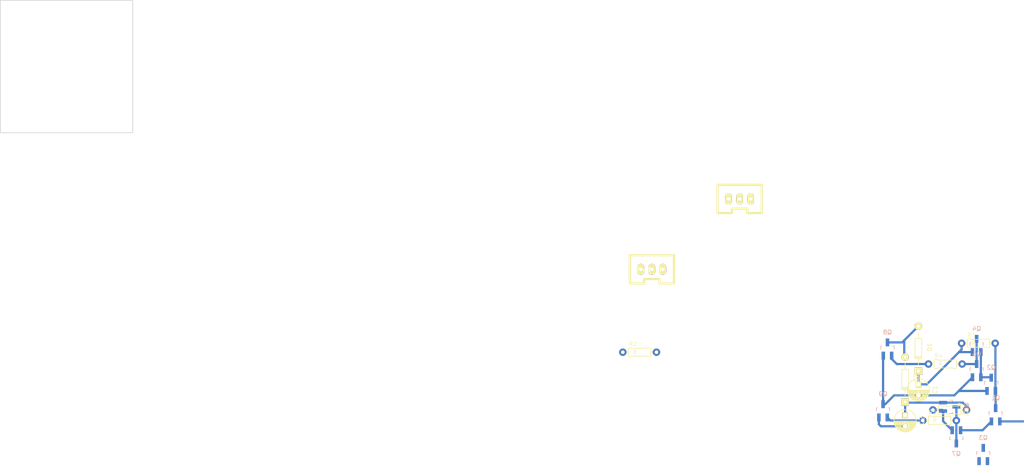
<source format=kicad_pcb>
(kicad_pcb (version 4) (host pcbnew 4.0.1-stable)

  (general
    (links 37)
    (no_connects 11)
    (area -0.075001 -0.075001 30.075001 30.075001)
    (thickness 1.6)
    (drawings 4)
    (tracks 64)
    (zones 0)
    (modules 20)
    (nets 15)
  )

  (page A4)
  (layers
    (0 F.Cu signal)
    (31 B.Cu signal)
    (32 B.Adhes user)
    (33 F.Adhes user)
    (34 B.Paste user)
    (35 F.Paste user)
    (36 B.SilkS user)
    (37 F.SilkS user)
    (38 B.Mask user)
    (39 F.Mask user)
    (40 Dwgs.User user)
    (41 Cmts.User user)
    (42 Eco1.User user)
    (43 Eco2.User user)
    (44 Edge.Cuts user)
    (45 Margin user)
    (46 B.CrtYd user)
    (47 F.CrtYd user)
    (48 B.Fab user)
    (49 F.Fab user)
  )

  (setup
    (last_trace_width 0.5)
    (user_trace_width 0.5)
    (trace_clearance 0.25)
    (zone_clearance 0.508)
    (zone_45_only no)
    (trace_min 0.2)
    (segment_width 0.2)
    (edge_width 0.15)
    (via_size 0.6)
    (via_drill 0.4)
    (via_min_size 0.4)
    (via_min_drill 0.3)
    (uvia_size 0.3)
    (uvia_drill 0.1)
    (uvias_allowed no)
    (uvia_min_size 0.2)
    (uvia_min_drill 0.1)
    (pcb_text_width 0.3)
    (pcb_text_size 1.5 1.5)
    (mod_edge_width 0.15)
    (mod_text_size 1 1)
    (mod_text_width 0.15)
    (pad_size 1.524 1.524)
    (pad_drill 0.762)
    (pad_to_mask_clearance 0.2)
    (aux_axis_origin 0 0)
    (visible_elements FFFFFF7F)
    (pcbplotparams
      (layerselection 0x00030_80000001)
      (usegerberextensions false)
      (excludeedgelayer true)
      (linewidth 0.100000)
      (plotframeref false)
      (viasonmask false)
      (mode 1)
      (useauxorigin false)
      (hpglpennumber 1)
      (hpglpenspeed 20)
      (hpglpendiameter 15)
      (hpglpenoverlay 2)
      (psnegative false)
      (psa4output false)
      (plotreference true)
      (plotvalue true)
      (plotinvisibletext false)
      (padsonsilk false)
      (subtractmaskfromsilk false)
      (outputformat 1)
      (mirror false)
      (drillshape 1)
      (scaleselection 1)
      (outputdirectory ""))
  )

  (net 0 "")
  (net 1 "Net-(C1-Pad1)")
  (net 2 OUT)
  (net 3 "Net-(C2-Pad1)")
  (net 4 GND)
  (net 5 +BATT)
  (net 6 "Net-(P1-Pad2)")
  (net 7 "Net-(P1-Pad3)")
  (net 8 "Net-(Q1-Pad3)")
  (net 9 "Net-(Q2-Pad3)")
  (net 10 "Net-(Q3-Pad3)")
  (net 11 "Net-(Q4-Pad3)")
  (net 12 "Net-(Q6-Pad3)")
  (net 13 "Net-(Q8-Pad1)")
  (net 14 "Net-(Q9-Pad1)")

  (net_class Default "これは標準のネット クラスです。"
    (clearance 0.25)
    (trace_width 0.25)
    (via_dia 0.6)
    (via_drill 0.4)
    (uvia_dia 0.3)
    (uvia_drill 0.1)
    (add_net +BATT)
    (add_net GND)
    (add_net "Net-(C1-Pad1)")
    (add_net "Net-(C2-Pad1)")
    (add_net "Net-(P1-Pad2)")
    (add_net "Net-(P1-Pad3)")
    (add_net "Net-(Q1-Pad3)")
    (add_net "Net-(Q2-Pad3)")
    (add_net "Net-(Q3-Pad3)")
    (add_net "Net-(Q4-Pad3)")
    (add_net "Net-(Q6-Pad3)")
    (add_net "Net-(Q8-Pad1)")
    (add_net "Net-(Q9-Pad1)")
    (add_net OUT)
  )

  (module TO_SOT_Packages_SMD:SOT-23_Handsoldering (layer B.Cu) (tedit 54E9291B) (tstamp 56C6B278)
    (at 221.2 83.9 180)
    (descr "SOT-23, Handsoldering")
    (tags SOT-23)
    (path /56C19D9A)
    (attr smd)
    (fp_text reference Q5 (at 0 3.81 180) (layer B.SilkS)
      (effects (font (size 1 1) (thickness 0.15)) (justify mirror))
    )
    (fp_text value Q_NMOS_GSD (at 0 -3.81 180) (layer B.Fab)
      (effects (font (size 1 1) (thickness 0.15)) (justify mirror))
    )
    (fp_line (start -1.49982 -0.0508) (end -1.49982 0.65024) (layer B.SilkS) (width 0.15))
    (fp_line (start -1.49982 0.65024) (end -1.2509 0.65024) (layer B.SilkS) (width 0.15))
    (fp_line (start 1.29916 0.65024) (end 1.49982 0.65024) (layer B.SilkS) (width 0.15))
    (fp_line (start 1.49982 0.65024) (end 1.49982 -0.0508) (layer B.SilkS) (width 0.15))
    (pad 1 smd rect (at -0.95 -1.50114 180) (size 0.8001 1.80086) (layers B.Cu B.Paste B.Mask)
      (net 9 "Net-(Q2-Pad3)"))
    (pad 2 smd rect (at 0.95 -1.50114 180) (size 0.8001 1.80086) (layers B.Cu B.Paste B.Mask)
      (net 2 OUT))
    (pad 3 smd rect (at 0 1.50114 180) (size 0.8001 1.80086) (layers B.Cu B.Paste B.Mask)
      (net 11 "Net-(Q4-Pad3)"))
    (model TO_SOT_Packages_SMD.3dshapes/SOT-23_Handsoldering.wrl
      (at (xyz 0 0 0))
      (scale (xyz 1 1 1))
      (rotate (xyz 0 0 0))
    )
  )

  (module Capacitors_ThroughHole:C_Radial_D5_L11_P2.5 (layer F.Cu) (tedit 0) (tstamp 56C6B235)
    (at 208 87 270)
    (descr "Radial Electrolytic Capacitor Diameter 5mm x Length 11mm, Pitch 2.5mm")
    (tags "Electrolytic Capacitor")
    (path /56C6B90F)
    (fp_text reference C1 (at 1.25 -3.8 270) (layer F.SilkS)
      (effects (font (size 1 1) (thickness 0.15)))
    )
    (fp_text value C (at 1.25 3.8 270) (layer F.Fab)
      (effects (font (size 1 1) (thickness 0.15)))
    )
    (fp_line (start 1.325 -2.499) (end 1.325 2.499) (layer F.SilkS) (width 0.15))
    (fp_line (start 1.465 -2.491) (end 1.465 2.491) (layer F.SilkS) (width 0.15))
    (fp_line (start 1.605 -2.475) (end 1.605 -0.095) (layer F.SilkS) (width 0.15))
    (fp_line (start 1.605 0.095) (end 1.605 2.475) (layer F.SilkS) (width 0.15))
    (fp_line (start 1.745 -2.451) (end 1.745 -0.49) (layer F.SilkS) (width 0.15))
    (fp_line (start 1.745 0.49) (end 1.745 2.451) (layer F.SilkS) (width 0.15))
    (fp_line (start 1.885 -2.418) (end 1.885 -0.657) (layer F.SilkS) (width 0.15))
    (fp_line (start 1.885 0.657) (end 1.885 2.418) (layer F.SilkS) (width 0.15))
    (fp_line (start 2.025 -2.377) (end 2.025 -0.764) (layer F.SilkS) (width 0.15))
    (fp_line (start 2.025 0.764) (end 2.025 2.377) (layer F.SilkS) (width 0.15))
    (fp_line (start 2.165 -2.327) (end 2.165 -0.835) (layer F.SilkS) (width 0.15))
    (fp_line (start 2.165 0.835) (end 2.165 2.327) (layer F.SilkS) (width 0.15))
    (fp_line (start 2.305 -2.266) (end 2.305 -0.879) (layer F.SilkS) (width 0.15))
    (fp_line (start 2.305 0.879) (end 2.305 2.266) (layer F.SilkS) (width 0.15))
    (fp_line (start 2.445 -2.196) (end 2.445 -0.898) (layer F.SilkS) (width 0.15))
    (fp_line (start 2.445 0.898) (end 2.445 2.196) (layer F.SilkS) (width 0.15))
    (fp_line (start 2.585 -2.114) (end 2.585 -0.896) (layer F.SilkS) (width 0.15))
    (fp_line (start 2.585 0.896) (end 2.585 2.114) (layer F.SilkS) (width 0.15))
    (fp_line (start 2.725 -2.019) (end 2.725 -0.871) (layer F.SilkS) (width 0.15))
    (fp_line (start 2.725 0.871) (end 2.725 2.019) (layer F.SilkS) (width 0.15))
    (fp_line (start 2.865 -1.908) (end 2.865 -0.823) (layer F.SilkS) (width 0.15))
    (fp_line (start 2.865 0.823) (end 2.865 1.908) (layer F.SilkS) (width 0.15))
    (fp_line (start 3.005 -1.78) (end 3.005 -0.745) (layer F.SilkS) (width 0.15))
    (fp_line (start 3.005 0.745) (end 3.005 1.78) (layer F.SilkS) (width 0.15))
    (fp_line (start 3.145 -1.631) (end 3.145 -0.628) (layer F.SilkS) (width 0.15))
    (fp_line (start 3.145 0.628) (end 3.145 1.631) (layer F.SilkS) (width 0.15))
    (fp_line (start 3.285 -1.452) (end 3.285 -0.44) (layer F.SilkS) (width 0.15))
    (fp_line (start 3.285 0.44) (end 3.285 1.452) (layer F.SilkS) (width 0.15))
    (fp_line (start 3.425 -1.233) (end 3.425 1.233) (layer F.SilkS) (width 0.15))
    (fp_line (start 3.565 -0.944) (end 3.565 0.944) (layer F.SilkS) (width 0.15))
    (fp_line (start 3.705 -0.472) (end 3.705 0.472) (layer F.SilkS) (width 0.15))
    (fp_circle (center 2.5 0) (end 2.5 -0.9) (layer F.SilkS) (width 0.15))
    (fp_circle (center 1.25 0) (end 1.25 -2.5375) (layer F.SilkS) (width 0.15))
    (fp_circle (center 1.25 0) (end 1.25 -2.8) (layer F.CrtYd) (width 0.05))
    (pad 1 thru_hole rect (at 0 0 270) (size 1.3 1.3) (drill 0.8) (layers *.Cu *.Mask F.SilkS)
      (net 1 "Net-(C1-Pad1)"))
    (pad 2 thru_hole circle (at 2.5 0 270) (size 1.3 1.3) (drill 0.8) (layers *.Cu *.Mask F.SilkS)
      (net 2 OUT))
    (model Capacitors_ThroughHole.3dshapes/C_Radial_D5_L11_P2.5.wrl
      (at (xyz 0.049213 0 0))
      (scale (xyz 1 1 1))
      (rotate (xyz 0 0 90))
    )
  )

  (module Capacitors_ThroughHole:C_Radial_D5_L11_P2.5 (layer F.Cu) (tedit 0) (tstamp 56C6B23B)
    (at 205 94 270)
    (descr "Radial Electrolytic Capacitor Diameter 5mm x Length 11mm, Pitch 2.5mm")
    (tags "Electrolytic Capacitor")
    (path /56C6F9BB)
    (fp_text reference C2 (at 1.25 -3.8 270) (layer F.SilkS)
      (effects (font (size 1 1) (thickness 0.15)))
    )
    (fp_text value C (at 1.25 3.8 270) (layer F.Fab)
      (effects (font (size 1 1) (thickness 0.15)))
    )
    (fp_line (start 1.325 -2.499) (end 1.325 2.499) (layer F.SilkS) (width 0.15))
    (fp_line (start 1.465 -2.491) (end 1.465 2.491) (layer F.SilkS) (width 0.15))
    (fp_line (start 1.605 -2.475) (end 1.605 -0.095) (layer F.SilkS) (width 0.15))
    (fp_line (start 1.605 0.095) (end 1.605 2.475) (layer F.SilkS) (width 0.15))
    (fp_line (start 1.745 -2.451) (end 1.745 -0.49) (layer F.SilkS) (width 0.15))
    (fp_line (start 1.745 0.49) (end 1.745 2.451) (layer F.SilkS) (width 0.15))
    (fp_line (start 1.885 -2.418) (end 1.885 -0.657) (layer F.SilkS) (width 0.15))
    (fp_line (start 1.885 0.657) (end 1.885 2.418) (layer F.SilkS) (width 0.15))
    (fp_line (start 2.025 -2.377) (end 2.025 -0.764) (layer F.SilkS) (width 0.15))
    (fp_line (start 2.025 0.764) (end 2.025 2.377) (layer F.SilkS) (width 0.15))
    (fp_line (start 2.165 -2.327) (end 2.165 -0.835) (layer F.SilkS) (width 0.15))
    (fp_line (start 2.165 0.835) (end 2.165 2.327) (layer F.SilkS) (width 0.15))
    (fp_line (start 2.305 -2.266) (end 2.305 -0.879) (layer F.SilkS) (width 0.15))
    (fp_line (start 2.305 0.879) (end 2.305 2.266) (layer F.SilkS) (width 0.15))
    (fp_line (start 2.445 -2.196) (end 2.445 -0.898) (layer F.SilkS) (width 0.15))
    (fp_line (start 2.445 0.898) (end 2.445 2.196) (layer F.SilkS) (width 0.15))
    (fp_line (start 2.585 -2.114) (end 2.585 -0.896) (layer F.SilkS) (width 0.15))
    (fp_line (start 2.585 0.896) (end 2.585 2.114) (layer F.SilkS) (width 0.15))
    (fp_line (start 2.725 -2.019) (end 2.725 -0.871) (layer F.SilkS) (width 0.15))
    (fp_line (start 2.725 0.871) (end 2.725 2.019) (layer F.SilkS) (width 0.15))
    (fp_line (start 2.865 -1.908) (end 2.865 -0.823) (layer F.SilkS) (width 0.15))
    (fp_line (start 2.865 0.823) (end 2.865 1.908) (layer F.SilkS) (width 0.15))
    (fp_line (start 3.005 -1.78) (end 3.005 -0.745) (layer F.SilkS) (width 0.15))
    (fp_line (start 3.005 0.745) (end 3.005 1.78) (layer F.SilkS) (width 0.15))
    (fp_line (start 3.145 -1.631) (end 3.145 -0.628) (layer F.SilkS) (width 0.15))
    (fp_line (start 3.145 0.628) (end 3.145 1.631) (layer F.SilkS) (width 0.15))
    (fp_line (start 3.285 -1.452) (end 3.285 -0.44) (layer F.SilkS) (width 0.15))
    (fp_line (start 3.285 0.44) (end 3.285 1.452) (layer F.SilkS) (width 0.15))
    (fp_line (start 3.425 -1.233) (end 3.425 1.233) (layer F.SilkS) (width 0.15))
    (fp_line (start 3.565 -0.944) (end 3.565 0.944) (layer F.SilkS) (width 0.15))
    (fp_line (start 3.705 -0.472) (end 3.705 0.472) (layer F.SilkS) (width 0.15))
    (fp_circle (center 2.5 0) (end 2.5 -0.9) (layer F.SilkS) (width 0.15))
    (fp_circle (center 1.25 0) (end 1.25 -2.5375) (layer F.SilkS) (width 0.15))
    (fp_circle (center 1.25 0) (end 1.25 -2.8) (layer F.CrtYd) (width 0.05))
    (pad 1 thru_hole rect (at 0 0 270) (size 1.3 1.3) (drill 0.8) (layers *.Cu *.Mask F.SilkS)
      (net 3 "Net-(C2-Pad1)"))
    (pad 2 thru_hole circle (at 2.5 0 270) (size 1.3 1.3) (drill 0.8) (layers *.Cu *.Mask F.SilkS)
      (net 4 GND))
    (model Capacitors_ThroughHole.3dshapes/C_Radial_D5_L11_P2.5.wrl
      (at (xyz 0.049213 0 0))
      (scale (xyz 1 1 1))
      (rotate (xyz 0 0 90))
    )
  )

  (module Diodes_ThroughHole:Diode_DO-35_SOD27_Horizontal_RM10 (layer F.Cu) (tedit 552FFC30) (tstamp 56C6B241)
    (at 208 84 90)
    (descr "Diode, DO-35,  SOD27, Horizontal, RM 10mm")
    (tags "Diode, DO-35, SOD27, Horizontal, RM 10mm, 1N4148,")
    (path /56C6B950)
    (fp_text reference D1 (at 5.43052 2.53746 90) (layer F.SilkS)
      (effects (font (size 1 1) (thickness 0.15)))
    )
    (fp_text value D (at 4.41452 -3.55854 90) (layer F.Fab)
      (effects (font (size 1 1) (thickness 0.15)))
    )
    (fp_line (start 7.36652 -0.00254) (end 8.76352 -0.00254) (layer F.SilkS) (width 0.15))
    (fp_line (start 2.92152 -0.00254) (end 1.39752 -0.00254) (layer F.SilkS) (width 0.15))
    (fp_line (start 3.30252 -0.76454) (end 3.30252 0.75946) (layer F.SilkS) (width 0.15))
    (fp_line (start 3.04852 -0.76454) (end 3.04852 0.75946) (layer F.SilkS) (width 0.15))
    (fp_line (start 2.79452 -0.00254) (end 2.79452 0.75946) (layer F.SilkS) (width 0.15))
    (fp_line (start 2.79452 0.75946) (end 7.36652 0.75946) (layer F.SilkS) (width 0.15))
    (fp_line (start 7.36652 0.75946) (end 7.36652 -0.76454) (layer F.SilkS) (width 0.15))
    (fp_line (start 7.36652 -0.76454) (end 2.79452 -0.76454) (layer F.SilkS) (width 0.15))
    (fp_line (start 2.79452 -0.76454) (end 2.79452 -0.00254) (layer F.SilkS) (width 0.15))
    (pad 2 thru_hole circle (at 10.16052 -0.00254 270) (size 1.69926 1.69926) (drill 0.70104) (layers *.Cu *.Mask F.SilkS)
      (net 5 +BATT))
    (pad 1 thru_hole rect (at 0.00052 -0.00254 270) (size 1.69926 1.69926) (drill 0.70104) (layers *.Cu *.Mask F.SilkS)
      (net 1 "Net-(C1-Pad1)"))
    (model Diodes_ThroughHole.3dshapes/Diode_DO-35_SOD27_Horizontal_RM10.wrl
      (at (xyz 0.2 0 0))
      (scale (xyz 0.4 0.4 0.4))
      (rotate (xyz 0 0 180))
    )
  )

  (module Diodes_ThroughHole:Diode_DO-35_SOD27_Horizontal_RM10 (layer F.Cu) (tedit 552FFC30) (tstamp 56C6B247)
    (at 205 91 90)
    (descr "Diode, DO-35,  SOD27, Horizontal, RM 10mm")
    (tags "Diode, DO-35, SOD27, Horizontal, RM 10mm, 1N4148,")
    (path /56C70061)
    (fp_text reference D2 (at 5.43052 2.53746 90) (layer F.SilkS)
      (effects (font (size 1 1) (thickness 0.15)))
    )
    (fp_text value D (at 4.41452 -3.55854 90) (layer F.Fab)
      (effects (font (size 1 1) (thickness 0.15)))
    )
    (fp_line (start 7.36652 -0.00254) (end 8.76352 -0.00254) (layer F.SilkS) (width 0.15))
    (fp_line (start 2.92152 -0.00254) (end 1.39752 -0.00254) (layer F.SilkS) (width 0.15))
    (fp_line (start 3.30252 -0.76454) (end 3.30252 0.75946) (layer F.SilkS) (width 0.15))
    (fp_line (start 3.04852 -0.76454) (end 3.04852 0.75946) (layer F.SilkS) (width 0.15))
    (fp_line (start 2.79452 -0.00254) (end 2.79452 0.75946) (layer F.SilkS) (width 0.15))
    (fp_line (start 2.79452 0.75946) (end 7.36652 0.75946) (layer F.SilkS) (width 0.15))
    (fp_line (start 7.36652 0.75946) (end 7.36652 -0.76454) (layer F.SilkS) (width 0.15))
    (fp_line (start 7.36652 -0.76454) (end 2.79452 -0.76454) (layer F.SilkS) (width 0.15))
    (fp_line (start 2.79452 -0.76454) (end 2.79452 -0.00254) (layer F.SilkS) (width 0.15))
    (pad 2 thru_hole circle (at 10.16052 -0.00254 270) (size 1.69926 1.69926) (drill 0.70104) (layers *.Cu *.Mask F.SilkS)
      (net 5 +BATT))
    (pad 1 thru_hole rect (at 0.00052 -0.00254 270) (size 1.69926 1.69926) (drill 0.70104) (layers *.Cu *.Mask F.SilkS)
      (net 3 "Net-(C2-Pad1)"))
    (model Diodes_ThroughHole.3dshapes/Diode_DO-35_SOD27_Horizontal_RM10.wrl
      (at (xyz 0.2 0 0))
      (scale (xyz 0.4 0.4 0.4))
      (rotate (xyz 0 0 180))
    )
  )

  (module RP_KiCAD_Connector:XA_3T (layer F.Cu) (tedit 56B54F5C) (tstamp 56C6B24E)
    (at 165 45)
    (path /56C73760)
    (fp_text reference P1 (at 0 0.5) (layer F.SilkS)
      (effects (font (size 1 1) (thickness 0.15)))
    )
    (fp_text value CONN_01X03 (at 0 -0.5) (layer F.Fab)
      (effects (font (size 1 1) (thickness 0.15)))
    )
    (fp_line (start 0.75 2.2) (end 4.25 2.2) (layer F.SilkS) (width 0.5))
    (fp_line (start 4.25 2.2) (end 4.25 3.2) (layer F.SilkS) (width 0.5))
    (fp_line (start 4.25 3.2) (end 7.5 3.2) (layer F.SilkS) (width 0.5))
    (fp_line (start -2.5 3.2) (end 0.75 3.2) (layer F.SilkS) (width 0.5))
    (fp_line (start 0.75 3.2) (end 0.75 2.2) (layer F.SilkS) (width 0.5))
    (fp_line (start -2.5 -3.2) (end 7.5 -3.2) (layer F.SilkS) (width 0.5))
    (fp_line (start 7.5 -3.2) (end 7.5 3.2) (layer F.SilkS) (width 0.5))
    (fp_line (start -2.5 -3.2) (end -2.5 3.2) (layer F.SilkS) (width 0.5))
    (pad 1 thru_hole oval (at 0 0) (size 1.5 2.5) (drill 0.8) (layers *.Cu *.Mask F.SilkS)
      (net 4 GND))
    (pad 2 thru_hole oval (at 2.5 0) (size 1.5 2.5) (drill 0.8) (layers *.Cu *.Mask F.SilkS)
      (net 6 "Net-(P1-Pad2)"))
    (pad 3 thru_hole oval (at 5 0) (size 1.5 2.5) (drill 0.8) (layers *.Cu *.Mask F.SilkS)
      (net 7 "Net-(P1-Pad3)"))
    (model conn_XA/XA_3T.wrl
      (at (xyz 0.1 0 0))
      (scale (xyz 4 4 4))
      (rotate (xyz -90 0 0))
    )
  )

  (module RP_KiCAD_Connector:XA_3T (layer F.Cu) (tedit 56B54F5C) (tstamp 56C6B255)
    (at 145.108333 60.950001)
    (path /56C72F9D)
    (fp_text reference P2 (at 0 0.5) (layer F.SilkS)
      (effects (font (size 1 1) (thickness 0.15)))
    )
    (fp_text value CONN_01X03 (at 0 -0.5) (layer F.Fab)
      (effects (font (size 1 1) (thickness 0.15)))
    )
    (fp_line (start 0.75 2.2) (end 4.25 2.2) (layer F.SilkS) (width 0.5))
    (fp_line (start 4.25 2.2) (end 4.25 3.2) (layer F.SilkS) (width 0.5))
    (fp_line (start 4.25 3.2) (end 7.5 3.2) (layer F.SilkS) (width 0.5))
    (fp_line (start -2.5 3.2) (end 0.75 3.2) (layer F.SilkS) (width 0.5))
    (fp_line (start 0.75 3.2) (end 0.75 2.2) (layer F.SilkS) (width 0.5))
    (fp_line (start -2.5 -3.2) (end 7.5 -3.2) (layer F.SilkS) (width 0.5))
    (fp_line (start 7.5 -3.2) (end 7.5 3.2) (layer F.SilkS) (width 0.5))
    (fp_line (start -2.5 -3.2) (end -2.5 3.2) (layer F.SilkS) (width 0.5))
    (pad 1 thru_hole oval (at 0 0) (size 1.5 2.5) (drill 0.8) (layers *.Cu *.Mask F.SilkS)
      (net 4 GND))
    (pad 2 thru_hole oval (at 2.5 0) (size 1.5 2.5) (drill 0.8) (layers *.Cu *.Mask F.SilkS)
      (net 5 +BATT))
    (pad 3 thru_hole oval (at 5 0) (size 1.5 2.5) (drill 0.8) (layers *.Cu *.Mask F.SilkS)
      (net 2 OUT))
    (model conn_XA/XA_3T.wrl
      (at (xyz 0.1 0 0))
      (scale (xyz 4 4 4))
      (rotate (xyz -90 0 0))
    )
  )

  (module TO_SOT_Packages_SMD:SOT-23_Handsoldering (layer B.Cu) (tedit 54E9291B) (tstamp 56C6B25C)
    (at 225.5 93.9 180)
    (descr "SOT-23, Handsoldering")
    (tags SOT-23)
    (path /56C6E9EA)
    (attr smd)
    (fp_text reference Q1 (at 0 3.81 180) (layer B.SilkS)
      (effects (font (size 1 1) (thickness 0.15)) (justify mirror))
    )
    (fp_text value Q_NMOS_GSD (at 0 -3.81 180) (layer B.Fab)
      (effects (font (size 1 1) (thickness 0.15)) (justify mirror))
    )
    (fp_line (start -1.49982 -0.0508) (end -1.49982 0.65024) (layer B.SilkS) (width 0.15))
    (fp_line (start -1.49982 0.65024) (end -1.2509 0.65024) (layer B.SilkS) (width 0.15))
    (fp_line (start 1.29916 0.65024) (end 1.49982 0.65024) (layer B.SilkS) (width 0.15))
    (fp_line (start 1.49982 0.65024) (end 1.49982 -0.0508) (layer B.SilkS) (width 0.15))
    (pad 1 smd rect (at -0.95 -1.50114 180) (size 0.8001 1.80086) (layers B.Cu B.Paste B.Mask)
      (net 7 "Net-(P1-Pad3)"))
    (pad 2 smd rect (at 0.95 -1.50114 180) (size 0.8001 1.80086) (layers B.Cu B.Paste B.Mask)
      (net 4 GND))
    (pad 3 smd rect (at 0 1.50114 180) (size 0.8001 1.80086) (layers B.Cu B.Paste B.Mask)
      (net 8 "Net-(Q1-Pad3)"))
    (model TO_SOT_Packages_SMD.3dshapes/SOT-23_Handsoldering.wrl
      (at (xyz 0 0 0))
      (scale (xyz 1 1 1))
      (rotate (xyz 0 0 0))
    )
  )

  (module TO_SOT_Packages_SMD:SOT-23_Handsoldering (layer B.Cu) (tedit 54E9291B) (tstamp 56C6B263)
    (at 224.5 87 180)
    (descr "SOT-23, Handsoldering")
    (tags SOT-23)
    (path /56C1AF0A)
    (attr smd)
    (fp_text reference Q2 (at 0 3.81 180) (layer B.SilkS)
      (effects (font (size 1 1) (thickness 0.15)) (justify mirror))
    )
    (fp_text value Q_NMOS_GSD (at 0 -3.81 180) (layer B.Fab)
      (effects (font (size 1 1) (thickness 0.15)) (justify mirror))
    )
    (fp_line (start -1.49982 -0.0508) (end -1.49982 0.65024) (layer B.SilkS) (width 0.15))
    (fp_line (start -1.49982 0.65024) (end -1.2509 0.65024) (layer B.SilkS) (width 0.15))
    (fp_line (start 1.29916 0.65024) (end 1.49982 0.65024) (layer B.SilkS) (width 0.15))
    (fp_line (start 1.49982 0.65024) (end 1.49982 -0.0508) (layer B.SilkS) (width 0.15))
    (pad 1 smd rect (at -0.95 -1.50114 180) (size 0.8001 1.80086) (layers B.Cu B.Paste B.Mask)
      (net 8 "Net-(Q1-Pad3)"))
    (pad 2 smd rect (at 0.95 -1.50114 180) (size 0.8001 1.80086) (layers B.Cu B.Paste B.Mask)
      (net 2 OUT))
    (pad 3 smd rect (at 0 1.50114 180) (size 0.8001 1.80086) (layers B.Cu B.Paste B.Mask)
      (net 9 "Net-(Q2-Pad3)"))
    (model TO_SOT_Packages_SMD.3dshapes/SOT-23_Handsoldering.wrl
      (at (xyz 0 0 0))
      (scale (xyz 1 1 1))
      (rotate (xyz 0 0 0))
    )
  )

  (module TO_SOT_Packages_SMD:SOT-23_Handsoldering (layer B.Cu) (tedit 54E9291B) (tstamp 56C6B26A)
    (at 222.7 102.9 180)
    (descr "SOT-23, Handsoldering")
    (tags SOT-23)
    (path /56C6BB76)
    (attr smd)
    (fp_text reference Q3 (at 0 3.81 180) (layer B.SilkS)
      (effects (font (size 1 1) (thickness 0.15)) (justify mirror))
    )
    (fp_text value Q_NMOS_GSD (at 0 -3.81 180) (layer B.Fab)
      (effects (font (size 1 1) (thickness 0.15)) (justify mirror))
    )
    (fp_line (start -1.49982 -0.0508) (end -1.49982 0.65024) (layer B.SilkS) (width 0.15))
    (fp_line (start -1.49982 0.65024) (end -1.2509 0.65024) (layer B.SilkS) (width 0.15))
    (fp_line (start 1.29916 0.65024) (end 1.49982 0.65024) (layer B.SilkS) (width 0.15))
    (fp_line (start 1.49982 0.65024) (end 1.49982 -0.0508) (layer B.SilkS) (width 0.15))
    (pad 1 smd rect (at -0.95 -1.50114 180) (size 0.8001 1.80086) (layers B.Cu B.Paste B.Mask)
      (net 6 "Net-(P1-Pad2)"))
    (pad 2 smd rect (at 0.95 -1.50114 180) (size 0.8001 1.80086) (layers B.Cu B.Paste B.Mask)
      (net 4 GND))
    (pad 3 smd rect (at 0 1.50114 180) (size 0.8001 1.80086) (layers B.Cu B.Paste B.Mask)
      (net 10 "Net-(Q3-Pad3)"))
    (model TO_SOT_Packages_SMD.3dshapes/SOT-23_Handsoldering.wrl
      (at (xyz 0 0 0))
      (scale (xyz 1 1 1))
      (rotate (xyz 0 0 0))
    )
  )

  (module TO_SOT_Packages_SMD:SOT-23_Handsoldering (layer B.Cu) (tedit 54E9291B) (tstamp 56C6B271)
    (at 221.2 78.2 180)
    (descr "SOT-23, Handsoldering")
    (tags SOT-23)
    (path /56C19E09)
    (attr smd)
    (fp_text reference Q4 (at 0 3.81 180) (layer B.SilkS)
      (effects (font (size 1 1) (thickness 0.15)) (justify mirror))
    )
    (fp_text value Q_PMOS_GSD (at 0 -3.81 180) (layer B.Fab)
      (effects (font (size 1 1) (thickness 0.15)) (justify mirror))
    )
    (fp_line (start -1.49982 -0.0508) (end -1.49982 0.65024) (layer B.SilkS) (width 0.15))
    (fp_line (start -1.49982 0.65024) (end -1.2509 0.65024) (layer B.SilkS) (width 0.15))
    (fp_line (start 1.29916 0.65024) (end 1.49982 0.65024) (layer B.SilkS) (width 0.15))
    (fp_line (start 1.49982 0.65024) (end 1.49982 -0.0508) (layer B.SilkS) (width 0.15))
    (pad 1 smd rect (at -0.95 -1.50114 180) (size 0.8001 1.80086) (layers B.Cu B.Paste B.Mask)
      (net 9 "Net-(Q2-Pad3)"))
    (pad 2 smd rect (at 0.95 -1.50114 180) (size 0.8001 1.80086) (layers B.Cu B.Paste B.Mask)
      (net 1 "Net-(C1-Pad1)"))
    (pad 3 smd rect (at 0 1.50114 180) (size 0.8001 1.80086) (layers B.Cu B.Paste B.Mask)
      (net 11 "Net-(Q4-Pad3)"))
    (model TO_SOT_Packages_SMD.3dshapes/SOT-23_Handsoldering.wrl
      (at (xyz 0 0 0))
      (scale (xyz 1 1 1))
      (rotate (xyz 0 0 0))
    )
  )

  (module TO_SOT_Packages_SMD:SOT-23_Handsoldering (layer B.Cu) (tedit 54E9291B) (tstamp 56C6B27F)
    (at 215.1 92.1 90)
    (descr "SOT-23, Handsoldering")
    (tags SOT-23)
    (path /56C6BB6A)
    (attr smd)
    (fp_text reference Q6 (at 0 3.81 90) (layer B.SilkS)
      (effects (font (size 1 1) (thickness 0.15)) (justify mirror))
    )
    (fp_text value Q_PMOS_GSD (at 0 -3.81 90) (layer B.Fab)
      (effects (font (size 1 1) (thickness 0.15)) (justify mirror))
    )
    (fp_line (start -1.49982 -0.0508) (end -1.49982 0.65024) (layer B.SilkS) (width 0.15))
    (fp_line (start -1.49982 0.65024) (end -1.2509 0.65024) (layer B.SilkS) (width 0.15))
    (fp_line (start 1.29916 0.65024) (end 1.49982 0.65024) (layer B.SilkS) (width 0.15))
    (fp_line (start 1.49982 0.65024) (end 1.49982 -0.0508) (layer B.SilkS) (width 0.15))
    (pad 1 smd rect (at -0.95 -1.50114 90) (size 0.8001 1.80086) (layers B.Cu B.Paste B.Mask)
      (net 10 "Net-(Q3-Pad3)"))
    (pad 2 smd rect (at 0.95 -1.50114 90) (size 0.8001 1.80086) (layers B.Cu B.Paste B.Mask)
      (net 3 "Net-(C2-Pad1)"))
    (pad 3 smd rect (at 0 1.50114 90) (size 0.8001 1.80086) (layers B.Cu B.Paste B.Mask)
      (net 12 "Net-(Q6-Pad3)"))
    (model TO_SOT_Packages_SMD.3dshapes/SOT-23_Handsoldering.wrl
      (at (xyz 0 0 0))
      (scale (xyz 1 1 1))
      (rotate (xyz 0 0 0))
    )
  )

  (module TO_SOT_Packages_SMD:SOT-23_Handsoldering (layer B.Cu) (tedit 54E9291B) (tstamp 56C6B286)
    (at 216.6 98.9)
    (descr "SOT-23, Handsoldering")
    (tags SOT-23)
    (path /56C6BB64)
    (attr smd)
    (fp_text reference Q7 (at 0 3.81) (layer B.SilkS)
      (effects (font (size 1 1) (thickness 0.15)) (justify mirror))
    )
    (fp_text value Q_NMOS_GSD (at 0 -3.81) (layer B.Fab)
      (effects (font (size 1 1) (thickness 0.15)) (justify mirror))
    )
    (fp_line (start -1.49982 -0.0508) (end -1.49982 0.65024) (layer B.SilkS) (width 0.15))
    (fp_line (start -1.49982 0.65024) (end -1.2509 0.65024) (layer B.SilkS) (width 0.15))
    (fp_line (start 1.29916 0.65024) (end 1.49982 0.65024) (layer B.SilkS) (width 0.15))
    (fp_line (start 1.49982 0.65024) (end 1.49982 -0.0508) (layer B.SilkS) (width 0.15))
    (pad 1 smd rect (at -0.95 -1.50114) (size 0.8001 1.80086) (layers B.Cu B.Paste B.Mask)
      (net 10 "Net-(Q3-Pad3)"))
    (pad 2 smd rect (at 0.95 -1.50114) (size 0.8001 1.80086) (layers B.Cu B.Paste B.Mask)
      (net 4 GND))
    (pad 3 smd rect (at 0 1.50114) (size 0.8001 1.80086) (layers B.Cu B.Paste B.Mask)
      (net 12 "Net-(Q6-Pad3)"))
    (model TO_SOT_Packages_SMD.3dshapes/SOT-23_Handsoldering.wrl
      (at (xyz 0 0 0))
      (scale (xyz 1 1 1))
      (rotate (xyz 0 0 0))
    )
  )

  (module TO_SOT_Packages_SMD:SOT-23_Handsoldering (layer B.Cu) (tedit 54E9291B) (tstamp 56C6B28D)
    (at 201 79 180)
    (descr "SOT-23, Handsoldering")
    (tags SOT-23)
    (path /56C6B736)
    (attr smd)
    (fp_text reference Q8 (at 0 3.81 180) (layer B.SilkS)
      (effects (font (size 1 1) (thickness 0.15)) (justify mirror))
    )
    (fp_text value Q_NMOS_GSD (at 0 -3.81 180) (layer B.Fab)
      (effects (font (size 1 1) (thickness 0.15)) (justify mirror))
    )
    (fp_line (start -1.49982 -0.0508) (end -1.49982 0.65024) (layer B.SilkS) (width 0.15))
    (fp_line (start -1.49982 0.65024) (end -1.2509 0.65024) (layer B.SilkS) (width 0.15))
    (fp_line (start 1.29916 0.65024) (end 1.49982 0.65024) (layer B.SilkS) (width 0.15))
    (fp_line (start 1.49982 0.65024) (end 1.49982 -0.0508) (layer B.SilkS) (width 0.15))
    (pad 1 smd rect (at -0.95 -1.50114 180) (size 0.8001 1.80086) (layers B.Cu B.Paste B.Mask)
      (net 13 "Net-(Q8-Pad1)"))
    (pad 2 smd rect (at 0.95 -1.50114 180) (size 0.8001 1.80086) (layers B.Cu B.Paste B.Mask)
      (net 2 OUT))
    (pad 3 smd rect (at 0 1.50114 180) (size 0.8001 1.80086) (layers B.Cu B.Paste B.Mask)
      (net 5 +BATT))
    (model TO_SOT_Packages_SMD.3dshapes/SOT-23_Handsoldering.wrl
      (at (xyz 0 0 0))
      (scale (xyz 1 1 1))
      (rotate (xyz 0 0 0))
    )
  )

  (module TO_SOT_Packages_SMD:SOT-23_Handsoldering (layer B.Cu) (tedit 54E9291B) (tstamp 56C6B294)
    (at 200 93 180)
    (descr "SOT-23, Handsoldering")
    (tags SOT-23)
    (path /56C6BA84)
    (attr smd)
    (fp_text reference Q9 (at 0 3.81 180) (layer B.SilkS)
      (effects (font (size 1 1) (thickness 0.15)) (justify mirror))
    )
    (fp_text value Q_NMOS_GSD (at 0 -3.81 180) (layer B.Fab)
      (effects (font (size 1 1) (thickness 0.15)) (justify mirror))
    )
    (fp_line (start -1.49982 -0.0508) (end -1.49982 0.65024) (layer B.SilkS) (width 0.15))
    (fp_line (start -1.49982 0.65024) (end -1.2509 0.65024) (layer B.SilkS) (width 0.15))
    (fp_line (start 1.29916 0.65024) (end 1.49982 0.65024) (layer B.SilkS) (width 0.15))
    (fp_line (start 1.49982 0.65024) (end 1.49982 -0.0508) (layer B.SilkS) (width 0.15))
    (pad 1 smd rect (at -0.95 -1.50114 180) (size 0.8001 1.80086) (layers B.Cu B.Paste B.Mask)
      (net 14 "Net-(Q9-Pad1)"))
    (pad 2 smd rect (at 0.95 -1.50114 180) (size 0.8001 1.80086) (layers B.Cu B.Paste B.Mask)
      (net 4 GND))
    (pad 3 smd rect (at 0 1.50114 180) (size 0.8001 1.80086) (layers B.Cu B.Paste B.Mask)
      (net 2 OUT))
    (model TO_SOT_Packages_SMD.3dshapes/SOT-23_Handsoldering.wrl
      (at (xyz 0 0 0))
      (scale (xyz 1 1 1))
      (rotate (xyz 0 0 0))
    )
  )

  (module RP_KiCAD_Libs:0204_2f7 (layer F.Cu) (tedit 0) (tstamp 56C6B29A)
    (at 221.6 77.7)
    (descr "<b>RESISTOR</b><p>\ntype 0204, grid 7.5 mm")
    (path /56C6E5C8)
    (fp_text reference R1 (at -2.54 -1.2954) (layer F.SilkS)
      (effects (font (size 0.94107 0.94107) (thickness 0.09906)) (justify left bottom))
    )
    (fp_text value R (at -1.6256 0.4826) (layer F.SilkS)
      (effects (font (size 0.94107 0.94107) (thickness 0.09906)) (justify left bottom))
    )
    (fp_line (start 3.81 0) (end 2.921 0) (layer Dwgs.User) (width 0.508))
    (fp_line (start -3.81 0) (end -2.921 0) (layer Dwgs.User) (width 0.508))
    (fp_arc (start -2.286 -0.762) (end -2.54 -0.762) (angle 90) (layer F.SilkS) (width 0.1524))
    (fp_arc (start -2.286 0.762) (end -2.54 0.762) (angle -90) (layer F.SilkS) (width 0.1524))
    (fp_arc (start 2.286 0.762) (end 2.286 1.016) (angle -90) (layer F.SilkS) (width 0.1524))
    (fp_arc (start 2.286 -0.762) (end 2.286 -1.016) (angle 90) (layer F.SilkS) (width 0.1524))
    (fp_line (start -2.54 0.762) (end -2.54 -0.762) (layer F.SilkS) (width 0.1524))
    (fp_line (start -2.286 -1.016) (end -1.905 -1.016) (layer F.SilkS) (width 0.1524))
    (fp_line (start -1.778 -0.889) (end -1.905 -1.016) (layer F.SilkS) (width 0.1524))
    (fp_line (start -2.286 1.016) (end -1.905 1.016) (layer F.SilkS) (width 0.1524))
    (fp_line (start -1.778 0.889) (end -1.905 1.016) (layer F.SilkS) (width 0.1524))
    (fp_line (start 1.778 -0.889) (end 1.905 -1.016) (layer F.SilkS) (width 0.1524))
    (fp_line (start 1.778 -0.889) (end -1.778 -0.889) (layer F.SilkS) (width 0.1524))
    (fp_line (start 1.778 0.889) (end 1.905 1.016) (layer F.SilkS) (width 0.1524))
    (fp_line (start 1.778 0.889) (end -1.778 0.889) (layer F.SilkS) (width 0.1524))
    (fp_line (start 2.286 -1.016) (end 1.905 -1.016) (layer F.SilkS) (width 0.1524))
    (fp_line (start 2.286 1.016) (end 1.905 1.016) (layer F.SilkS) (width 0.1524))
    (fp_line (start 2.54 0.762) (end 2.54 -0.762) (layer F.SilkS) (width 0.1524))
    (fp_poly (pts (xy 2.54 0.254) (xy 2.921 0.254) (xy 2.921 -0.254) (xy 2.54 -0.254)) (layer F.SilkS) (width 0))
    (fp_poly (pts (xy -2.921 0.254) (xy -2.54 0.254) (xy -2.54 -0.254) (xy -2.921 -0.254)) (layer F.SilkS) (width 0))
    (pad 1 thru_hole circle (at -3.81 0) (size 1.6764 1.6764) (drill 0.8) (layers *.Cu *.Mask)
      (net 1 "Net-(C1-Pad1)"))
    (pad 2 thru_hole circle (at 3.81 0) (size 1.6764 1.6764) (drill 0.8) (layers *.Cu *.Mask)
      (net 8 "Net-(Q1-Pad3)"))
    (model discret/resistors/horizontal/r_h_820R.wrl
      (at (xyz 0 0 0))
      (scale (xyz 0.3 0.3 0.3))
      (rotate (xyz 0 0 0))
    )
  )

  (module RP_KiCAD_Libs:0204_2f7 (layer F.Cu) (tedit 0) (tstamp 56C6B2A0)
    (at 144.8482 79.722804)
    (descr "<b>RESISTOR</b><p>\ntype 0204, grid 7.5 mm")
    (path /56C19F6C)
    (fp_text reference R2 (at -2.54 -1.2954) (layer F.SilkS)
      (effects (font (size 0.94107 0.94107) (thickness 0.09906)) (justify left bottom))
    )
    (fp_text value R (at -1.6256 0.4826) (layer F.SilkS)
      (effects (font (size 0.94107 0.94107) (thickness 0.09906)) (justify left bottom))
    )
    (fp_line (start 3.81 0) (end 2.921 0) (layer Dwgs.User) (width 0.508))
    (fp_line (start -3.81 0) (end -2.921 0) (layer Dwgs.User) (width 0.508))
    (fp_arc (start -2.286 -0.762) (end -2.54 -0.762) (angle 90) (layer F.SilkS) (width 0.1524))
    (fp_arc (start -2.286 0.762) (end -2.54 0.762) (angle -90) (layer F.SilkS) (width 0.1524))
    (fp_arc (start 2.286 0.762) (end 2.286 1.016) (angle -90) (layer F.SilkS) (width 0.1524))
    (fp_arc (start 2.286 -0.762) (end 2.286 -1.016) (angle 90) (layer F.SilkS) (width 0.1524))
    (fp_line (start -2.54 0.762) (end -2.54 -0.762) (layer F.SilkS) (width 0.1524))
    (fp_line (start -2.286 -1.016) (end -1.905 -1.016) (layer F.SilkS) (width 0.1524))
    (fp_line (start -1.778 -0.889) (end -1.905 -1.016) (layer F.SilkS) (width 0.1524))
    (fp_line (start -2.286 1.016) (end -1.905 1.016) (layer F.SilkS) (width 0.1524))
    (fp_line (start -1.778 0.889) (end -1.905 1.016) (layer F.SilkS) (width 0.1524))
    (fp_line (start 1.778 -0.889) (end 1.905 -1.016) (layer F.SilkS) (width 0.1524))
    (fp_line (start 1.778 -0.889) (end -1.778 -0.889) (layer F.SilkS) (width 0.1524))
    (fp_line (start 1.778 0.889) (end 1.905 1.016) (layer F.SilkS) (width 0.1524))
    (fp_line (start 1.778 0.889) (end -1.778 0.889) (layer F.SilkS) (width 0.1524))
    (fp_line (start 2.286 -1.016) (end 1.905 -1.016) (layer F.SilkS) (width 0.1524))
    (fp_line (start 2.286 1.016) (end 1.905 1.016) (layer F.SilkS) (width 0.1524))
    (fp_line (start 2.54 0.762) (end 2.54 -0.762) (layer F.SilkS) (width 0.1524))
    (fp_poly (pts (xy 2.54 0.254) (xy 2.921 0.254) (xy 2.921 -0.254) (xy 2.54 -0.254)) (layer F.SilkS) (width 0))
    (fp_poly (pts (xy -2.921 0.254) (xy -2.54 0.254) (xy -2.54 -0.254) (xy -2.921 -0.254)) (layer F.SilkS) (width 0))
    (pad 1 thru_hole circle (at -3.81 0) (size 1.6764 1.6764) (drill 0.8) (layers *.Cu *.Mask)
      (net 1 "Net-(C1-Pad1)"))
    (pad 2 thru_hole circle (at 3.81 0) (size 1.6764 1.6764) (drill 0.8) (layers *.Cu *.Mask)
      (net 9 "Net-(Q2-Pad3)"))
    (model discret/resistors/horizontal/r_h_820R.wrl
      (at (xyz 0 0 0))
      (scale (xyz 0.3 0.3 0.3))
      (rotate (xyz 0 0 0))
    )
  )

  (module RP_KiCAD_Libs:0204_2f7 (layer F.Cu) (tedit 0) (tstamp 56C6B2A6)
    (at 215.1 92.8 180)
    (descr "<b>RESISTOR</b><p>\ntype 0204, grid 7.5 mm")
    (path /56C6BB70)
    (fp_text reference R3 (at -2.54 -1.2954 180) (layer F.SilkS)
      (effects (font (size 0.94107 0.94107) (thickness 0.09906)) (justify left bottom))
    )
    (fp_text value R (at -1.6256 0.4826 180) (layer F.SilkS)
      (effects (font (size 0.94107 0.94107) (thickness 0.09906)) (justify left bottom))
    )
    (fp_line (start 3.81 0) (end 2.921 0) (layer Dwgs.User) (width 0.508))
    (fp_line (start -3.81 0) (end -2.921 0) (layer Dwgs.User) (width 0.508))
    (fp_arc (start -2.286 -0.762) (end -2.54 -0.762) (angle 90) (layer F.SilkS) (width 0.1524))
    (fp_arc (start -2.286 0.762) (end -2.54 0.762) (angle -90) (layer F.SilkS) (width 0.1524))
    (fp_arc (start 2.286 0.762) (end 2.286 1.016) (angle -90) (layer F.SilkS) (width 0.1524))
    (fp_arc (start 2.286 -0.762) (end 2.286 -1.016) (angle 90) (layer F.SilkS) (width 0.1524))
    (fp_line (start -2.54 0.762) (end -2.54 -0.762) (layer F.SilkS) (width 0.1524))
    (fp_line (start -2.286 -1.016) (end -1.905 -1.016) (layer F.SilkS) (width 0.1524))
    (fp_line (start -1.778 -0.889) (end -1.905 -1.016) (layer F.SilkS) (width 0.1524))
    (fp_line (start -2.286 1.016) (end -1.905 1.016) (layer F.SilkS) (width 0.1524))
    (fp_line (start -1.778 0.889) (end -1.905 1.016) (layer F.SilkS) (width 0.1524))
    (fp_line (start 1.778 -0.889) (end 1.905 -1.016) (layer F.SilkS) (width 0.1524))
    (fp_line (start 1.778 -0.889) (end -1.778 -0.889) (layer F.SilkS) (width 0.1524))
    (fp_line (start 1.778 0.889) (end 1.905 1.016) (layer F.SilkS) (width 0.1524))
    (fp_line (start 1.778 0.889) (end -1.778 0.889) (layer F.SilkS) (width 0.1524))
    (fp_line (start 2.286 -1.016) (end 1.905 -1.016) (layer F.SilkS) (width 0.1524))
    (fp_line (start 2.286 1.016) (end 1.905 1.016) (layer F.SilkS) (width 0.1524))
    (fp_line (start 2.54 0.762) (end 2.54 -0.762) (layer F.SilkS) (width 0.1524))
    (fp_poly (pts (xy 2.54 0.254) (xy 2.921 0.254) (xy 2.921 -0.254) (xy 2.54 -0.254)) (layer F.SilkS) (width 0))
    (fp_poly (pts (xy -2.921 0.254) (xy -2.54 0.254) (xy -2.54 -0.254) (xy -2.921 -0.254)) (layer F.SilkS) (width 0))
    (pad 1 thru_hole circle (at -3.81 0 180) (size 1.6764 1.6764) (drill 0.8) (layers *.Cu *.Mask)
      (net 3 "Net-(C2-Pad1)"))
    (pad 2 thru_hole circle (at 3.81 0 180) (size 1.6764 1.6764) (drill 0.8) (layers *.Cu *.Mask)
      (net 10 "Net-(Q3-Pad3)"))
    (model discret/resistors/horizontal/r_h_820R.wrl
      (at (xyz 0 0 0))
      (scale (xyz 0.3 0.3 0.3))
      (rotate (xyz 0 0 0))
    )
  )

  (module RP_KiCAD_Libs:0204_2f7 (layer F.Cu) (tedit 0) (tstamp 56C6B2AC)
    (at 214.1 82.4)
    (descr "<b>RESISTOR</b><p>\ntype 0204, grid 7.5 mm")
    (path /56C6BBCD)
    (fp_text reference R4 (at -2.54 -1.2954) (layer F.SilkS)
      (effects (font (size 0.94107 0.94107) (thickness 0.09906)) (justify left bottom))
    )
    (fp_text value R (at -1.6256 0.4826) (layer F.SilkS)
      (effects (font (size 0.94107 0.94107) (thickness 0.09906)) (justify left bottom))
    )
    (fp_line (start 3.81 0) (end 2.921 0) (layer Dwgs.User) (width 0.508))
    (fp_line (start -3.81 0) (end -2.921 0) (layer Dwgs.User) (width 0.508))
    (fp_arc (start -2.286 -0.762) (end -2.54 -0.762) (angle 90) (layer F.SilkS) (width 0.1524))
    (fp_arc (start -2.286 0.762) (end -2.54 0.762) (angle -90) (layer F.SilkS) (width 0.1524))
    (fp_arc (start 2.286 0.762) (end 2.286 1.016) (angle -90) (layer F.SilkS) (width 0.1524))
    (fp_arc (start 2.286 -0.762) (end 2.286 -1.016) (angle 90) (layer F.SilkS) (width 0.1524))
    (fp_line (start -2.54 0.762) (end -2.54 -0.762) (layer F.SilkS) (width 0.1524))
    (fp_line (start -2.286 -1.016) (end -1.905 -1.016) (layer F.SilkS) (width 0.1524))
    (fp_line (start -1.778 -0.889) (end -1.905 -1.016) (layer F.SilkS) (width 0.1524))
    (fp_line (start -2.286 1.016) (end -1.905 1.016) (layer F.SilkS) (width 0.1524))
    (fp_line (start -1.778 0.889) (end -1.905 1.016) (layer F.SilkS) (width 0.1524))
    (fp_line (start 1.778 -0.889) (end 1.905 -1.016) (layer F.SilkS) (width 0.1524))
    (fp_line (start 1.778 -0.889) (end -1.778 -0.889) (layer F.SilkS) (width 0.1524))
    (fp_line (start 1.778 0.889) (end 1.905 1.016) (layer F.SilkS) (width 0.1524))
    (fp_line (start 1.778 0.889) (end -1.778 0.889) (layer F.SilkS) (width 0.1524))
    (fp_line (start 2.286 -1.016) (end 1.905 -1.016) (layer F.SilkS) (width 0.1524))
    (fp_line (start 2.286 1.016) (end 1.905 1.016) (layer F.SilkS) (width 0.1524))
    (fp_line (start 2.54 0.762) (end 2.54 -0.762) (layer F.SilkS) (width 0.1524))
    (fp_poly (pts (xy 2.54 0.254) (xy 2.921 0.254) (xy 2.921 -0.254) (xy 2.54 -0.254)) (layer F.SilkS) (width 0))
    (fp_poly (pts (xy -2.921 0.254) (xy -2.54 0.254) (xy -2.54 -0.254) (xy -2.921 -0.254)) (layer F.SilkS) (width 0))
    (pad 1 thru_hole circle (at -3.81 0) (size 1.6764 1.6764) (drill 0.8) (layers *.Cu *.Mask)
      (net 13 "Net-(Q8-Pad1)"))
    (pad 2 thru_hole circle (at 3.81 0) (size 1.6764 1.6764) (drill 0.8) (layers *.Cu *.Mask)
      (net 11 "Net-(Q4-Pad3)"))
    (model discret/resistors/horizontal/r_h_820R.wrl
      (at (xyz 0 0 0))
      (scale (xyz 0.3 0.3 0.3))
      (rotate (xyz 0 0 0))
    )
  )

  (module RP_KiCAD_Libs:0204_2f7 (layer F.Cu) (tedit 0) (tstamp 56C6B2B2)
    (at 212.8 95.2)
    (descr "<b>RESISTOR</b><p>\ntype 0204, grid 7.5 mm")
    (path /56C6F9C1)
    (fp_text reference R5 (at -2.54 -1.2954) (layer F.SilkS)
      (effects (font (size 0.94107 0.94107) (thickness 0.09906)) (justify left bottom))
    )
    (fp_text value R (at -1.6256 0.4826) (layer F.SilkS)
      (effects (font (size 0.94107 0.94107) (thickness 0.09906)) (justify left bottom))
    )
    (fp_line (start 3.81 0) (end 2.921 0) (layer Dwgs.User) (width 0.508))
    (fp_line (start -3.81 0) (end -2.921 0) (layer Dwgs.User) (width 0.508))
    (fp_arc (start -2.286 -0.762) (end -2.54 -0.762) (angle 90) (layer F.SilkS) (width 0.1524))
    (fp_arc (start -2.286 0.762) (end -2.54 0.762) (angle -90) (layer F.SilkS) (width 0.1524))
    (fp_arc (start 2.286 0.762) (end 2.286 1.016) (angle -90) (layer F.SilkS) (width 0.1524))
    (fp_arc (start 2.286 -0.762) (end 2.286 -1.016) (angle 90) (layer F.SilkS) (width 0.1524))
    (fp_line (start -2.54 0.762) (end -2.54 -0.762) (layer F.SilkS) (width 0.1524))
    (fp_line (start -2.286 -1.016) (end -1.905 -1.016) (layer F.SilkS) (width 0.1524))
    (fp_line (start -1.778 -0.889) (end -1.905 -1.016) (layer F.SilkS) (width 0.1524))
    (fp_line (start -2.286 1.016) (end -1.905 1.016) (layer F.SilkS) (width 0.1524))
    (fp_line (start -1.778 0.889) (end -1.905 1.016) (layer F.SilkS) (width 0.1524))
    (fp_line (start 1.778 -0.889) (end 1.905 -1.016) (layer F.SilkS) (width 0.1524))
    (fp_line (start 1.778 -0.889) (end -1.778 -0.889) (layer F.SilkS) (width 0.1524))
    (fp_line (start 1.778 0.889) (end 1.905 1.016) (layer F.SilkS) (width 0.1524))
    (fp_line (start 1.778 0.889) (end -1.778 0.889) (layer F.SilkS) (width 0.1524))
    (fp_line (start 2.286 -1.016) (end 1.905 -1.016) (layer F.SilkS) (width 0.1524))
    (fp_line (start 2.286 1.016) (end 1.905 1.016) (layer F.SilkS) (width 0.1524))
    (fp_line (start 2.54 0.762) (end 2.54 -0.762) (layer F.SilkS) (width 0.1524))
    (fp_poly (pts (xy 2.54 0.254) (xy 2.921 0.254) (xy 2.921 -0.254) (xy 2.54 -0.254)) (layer F.SilkS) (width 0))
    (fp_poly (pts (xy -2.921 0.254) (xy -2.54 0.254) (xy -2.54 -0.254) (xy -2.921 -0.254)) (layer F.SilkS) (width 0))
    (pad 1 thru_hole circle (at -3.81 0) (size 1.6764 1.6764) (drill 0.8) (layers *.Cu *.Mask)
      (net 14 "Net-(Q9-Pad1)"))
    (pad 2 thru_hole circle (at 3.81 0) (size 1.6764 1.6764) (drill 0.8) (layers *.Cu *.Mask)
      (net 12 "Net-(Q6-Pad3)"))
    (model discret/resistors/horizontal/r_h_820R.wrl
      (at (xyz 0 0 0))
      (scale (xyz 0.3 0.3 0.3))
      (rotate (xyz 0 0 0))
    )
  )

  (gr_line (start 30 0) (end 0 0) (angle 90) (layer Edge.Cuts) (width 0.15))
  (gr_line (start 30 30) (end 30 0) (angle 90) (layer Edge.Cuts) (width 0.15))
  (gr_line (start 0 30) (end 30 30) (angle 90) (layer Edge.Cuts) (width 0.15))
  (gr_line (start 0 0) (end 0 30) (angle 90) (layer Edge.Cuts) (width 0.15))

  (segment (start 217.79 77.7) (end 217.79 79.11) (width 0.5) (layer B.Cu) (net 1) (status 400000))
  (segment (start 217.79 79.11) (end 217.19886 79.70114) (width 0.5) (layer B.Cu) (net 1) (tstamp 56C6B5AC))
  (segment (start 220.25 79.70114) (end 217.19886 79.70114) (width 0.5) (layer B.Cu) (net 1))
  (segment (start 209.9 87) (end 208 87) (width 0.5) (layer B.Cu) (net 1) (tstamp 56C6B510))
  (segment (start 217.19886 79.70114) (end 209.9 87) (width 0.5) (layer B.Cu) (net 1) (tstamp 56C6B50E))
  (segment (start 208 87) (end 208 84.00202) (width 0.5) (layer B.Cu) (net 1))
  (segment (start 208 84.00202) (end 207.99746 83.99948) (width 0.5) (layer B.Cu) (net 1) (tstamp 56C6B423))
  (segment (start 223.55 88.50114) (end 217.15 88.50114) (width 0.5) (layer B.Cu) (net 2))
  (segment (start 217.3 88.5) (end 217.3 88.35114) (width 0.5) (layer B.Cu) (net 2) (tstamp 56C6B564))
  (segment (start 217.15114 88.5) (end 217.3 88.5) (width 0.5) (layer B.Cu) (net 2) (tstamp 56C6B563))
  (segment (start 217.15 88.50114) (end 217.15114 88.5) (width 0.5) (layer B.Cu) (net 2) (tstamp 56C6B562))
  (segment (start 220.25 85.40114) (end 217.3 88.35114) (width 0.5) (layer B.Cu) (net 2))
  (segment (start 217.3 88.35114) (end 216.15114 89.5) (width 0.5) (layer B.Cu) (net 2) (tstamp 56C6B565))
  (segment (start 216.15114 89.5) (end 208 89.5) (width 0.5) (layer B.Cu) (net 2) (tstamp 56C6B51A))
  (segment (start 200 91.49886) (end 200.50114 91.49886) (width 0.5) (layer B.Cu) (net 2))
  (segment (start 202.5 89.5) (end 202 90) (width 0.5) (layer B.Cu) (net 2) (tstamp 56C6B42D))
  (segment (start 202.5 89.5) (end 208 89.5) (width 0.5) (layer B.Cu) (net 2))
  (segment (start 200.50114 91.49886) (end 202 90) (width 0.5) (layer B.Cu) (net 2) (tstamp 56C6B44D))
  (segment (start 200 91.49886) (end 200 80.55114) (width 0.5) (layer B.Cu) (net 2))
  (segment (start 200 80.55114) (end 200.05 80.50114) (width 0.5) (layer B.Cu) (net 2) (tstamp 56C6B44A))
  (segment (start 213.59886 91.15) (end 218.05 91.15) (width 0.5) (layer B.Cu) (net 3))
  (segment (start 218.05 91.15) (end 218.91 92.01) (width 0.5) (layer B.Cu) (net 3) (tstamp 56C6B59B))
  (segment (start 218.91 92.01) (end 218.91 92.8) (width 0.5) (layer B.Cu) (net 3) (tstamp 56C6B59C))
  (segment (start 213.59886 91.15) (end 205.14798 91.15) (width 0.5) (layer B.Cu) (net 3))
  (segment (start 205.14798 91.15) (end 204.99746 90.99948) (width 0.5) (layer B.Cu) (net 3) (tstamp 56C6B594))
  (segment (start 205 94) (end 205 91.00202) (width 0.5) (layer B.Cu) (net 3))
  (segment (start 205 91.00202) (end 204.99746 90.99948) (width 0.5) (layer B.Cu) (net 3) (tstamp 56C6B456))
  (segment (start 217.55 97.39886) (end 222.55228 97.39886) (width 0.5) (layer B.Cu) (net 4) (status 400000))
  (segment (start 222.55228 97.39886) (end 224.55 95.40114) (width 0.5) (layer B.Cu) (net 4) (tstamp 56C6B5B6) (status 800000))
  (segment (start 205 96.5) (end 199.5 96.5) (width 0.5) (layer B.Cu) (net 4))
  (segment (start 199.05 96.05) (end 199.05 94.50114) (width 0.5) (layer B.Cu) (net 4) (tstamp 56C6B453))
  (segment (start 199.5 96.5) (end 199.05 96.05) (width 0.5) (layer B.Cu) (net 4) (tstamp 56C6B452))
  (segment (start 204.99746 80.83948) (end 204.8 80.64202) (width 0.5) (layer B.Cu) (net 5))
  (segment (start 204.8 80.64202) (end 204.8 77.03694) (width 0.5) (layer B.Cu) (net 5) (tstamp 56C6B4A7))
  (segment (start 201 77.49886) (end 204.33808 77.49886) (width 0.5) (layer B.Cu) (net 5))
  (segment (start 204.33808 77.49886) (end 204.8 77.03694) (width 0.5) (layer B.Cu) (net 5) (tstamp 56C6B499))
  (segment (start 204.8 77.03694) (end 207.99746 73.83948) (width 0.5) (layer B.Cu) (net 5) (tstamp 56C6B4AA))
  (segment (start 226.45 95.40114) (end 231.69886 95.40114) (width 0.5) (layer B.Cu) (net 7) (status 400000))
  (segment (start 231.69886 95.40114) (end 231.7 95.4) (width 0.5) (layer B.Cu) (net 7) (tstamp 56C6B5B9))
  (segment (start 225.5 92.39886) (end 225.5 88.55114) (width 0.5) (layer B.Cu) (net 8) (status C00000))
  (segment (start 225.5 88.55114) (end 225.45 88.50114) (width 0.5) (layer B.Cu) (net 8) (tstamp 56C6B5B3) (status C00000))
  (segment (start 225.45 88.50114) (end 225.45 77.74) (width 0.5) (layer B.Cu) (net 8) (status C00000))
  (segment (start 225.45 77.74) (end 225.41 77.7) (width 0.5) (layer B.Cu) (net 8) (tstamp 56C6B5B0) (status C00000))
  (segment (start 222.15 85.40114) (end 224.40228 85.40114) (width 0.5) (layer B.Cu) (net 9))
  (segment (start 224.40228 85.40114) (end 224.5 85.49886) (width 0.5) (layer B.Cu) (net 9) (tstamp 56C6B55F))
  (segment (start 222.15 79.70114) (end 222.15 85.40114) (width 0.5) (layer B.Cu) (net 9))
  (segment (start 211.29 92.8) (end 213.34886 92.8) (width 0.5) (layer B.Cu) (net 10))
  (segment (start 213.34886 92.8) (end 213.59886 93.05) (width 0.5) (layer B.Cu) (net 10) (tstamp 56C6B597))
  (segment (start 215.849998 97.39886) (end 215.65 97.39886) (width 0.5) (layer B.Cu) (net 10) (tstamp 56C6B555))
  (segment (start 213.59886 93.05) (end 213.59886 95.34772) (width 0.5) (layer B.Cu) (net 10))
  (segment (start 213.59886 95.34772) (end 215.65 97.39886) (width 0.5) (layer B.Cu) (net 10) (tstamp 56C6B548))
  (segment (start 221.2 82.39886) (end 221.2 76.69886) (width 0.5) (layer B.Cu) (net 11))
  (segment (start 217.91 82.4) (end 221.19886 82.4) (width 0.5) (layer B.Cu) (net 11))
  (segment (start 221.19886 82.4) (end 221.2 82.39886) (width 0.5) (layer B.Cu) (net 11) (tstamp 56C6B513))
  (segment (start 217.91 82.4) (end 217.91114 82.39886) (width 0.5) (layer B.Cu) (net 11))
  (segment (start 216.6 100.40114) (end 216.6 95.21) (width 0.5) (layer B.Cu) (net 12))
  (segment (start 216.6 95.21) (end 216.61 95.2) (width 0.5) (layer B.Cu) (net 12) (tstamp 56C6B54F))
  (segment (start 216.61 95.2) (end 216.61 92.10886) (width 0.5) (layer B.Cu) (net 12))
  (segment (start 216.61 92.10886) (end 216.60114 92.1) (width 0.5) (layer B.Cu) (net 12) (tstamp 56C6B54C))
  (segment (start 210.29 82.4) (end 203.1 82.4) (width 0.5) (layer B.Cu) (net 13))
  (segment (start 201.95 81.25) (end 201.95 80.50114) (width 0.5) (layer B.Cu) (net 13) (tstamp 56C6B48E))
  (segment (start 203.1 82.4) (end 201.95 81.25) (width 0.5) (layer B.Cu) (net 13) (tstamp 56C6B48D))
  (segment (start 208.99 95.2) (end 201.64886 95.2) (width 0.5) (layer B.Cu) (net 14))
  (segment (start 201.64886 95.2) (end 200.95 94.50114) (width 0.5) (layer B.Cu) (net 14) (tstamp 56C6B484))

)

</source>
